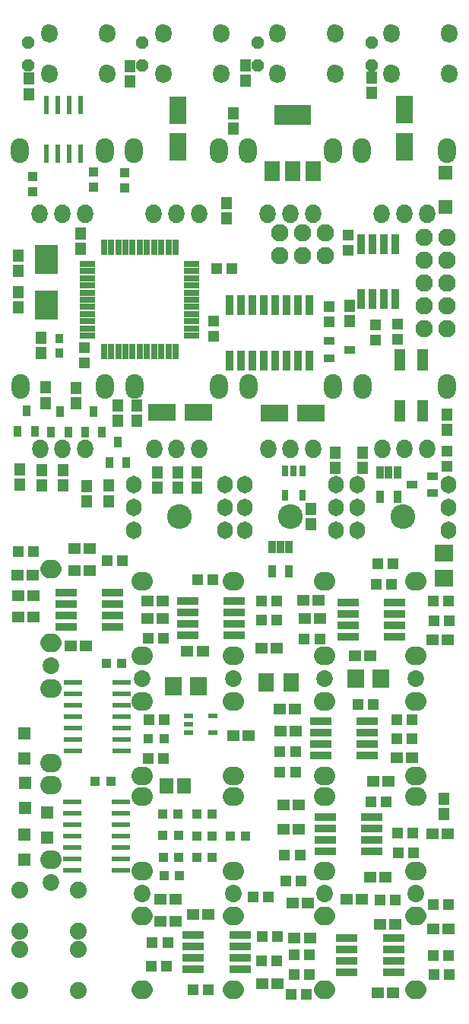
<source format=gts>
G04 DipTrace 3.3.0.0*
G04 threshold_02a.GTS*
%MOIN*%
G04 #@! TF.FileFunction,Soldermask,Top*
G04 #@! TF.Part,Single*
%AMOUTLINE1*
4,1,4,
0.025669,0.023701,
0.025669,-0.023701,
-0.025669,-0.023701,
-0.025669,0.023701,
0.025669,0.023701,
0*%
%AMOUTLINE4*
4,1,4,
0.039449,-0.035512,
-0.039449,-0.035512,
-0.039449,0.035512,
0.039449,0.035512,
0.039449,-0.035512,
0*%
%AMOUTLINE7*
4,1,4,
0.035512,0.039449,
0.035512,-0.039449,
-0.035512,-0.039449,
-0.035512,0.039449,
0.035512,0.039449,
0*%
%AMOUTLINE10*
4,1,4,
0.023701,-0.025669,
-0.023701,-0.025669,
-0.023701,0.025669,
0.023701,0.025669,
0.023701,-0.025669,
0*%
%AMOUTLINE13*
4,1,4,
-0.023701,0.025669,
0.023701,0.025669,
0.023701,-0.025669,
-0.023701,-0.025669,
-0.023701,0.025669,
0*%
%AMOUTLINE16*
4,1,4,
-0.025669,-0.023701,
-0.025669,0.023701,
0.025669,0.023701,
0.025669,-0.023701,
-0.025669,-0.023701,
0*%
%AMOUTLINE19*
4,1,4,
-0.059134,-0.036496,
-0.059134,0.036496,
0.059134,0.036496,
0.059134,-0.036496,
-0.059134,-0.036496,
0*%
%AMOUTLINE22*
4,1,4,
-0.035512,-0.039449,
-0.035512,0.039449,
0.035512,0.039449,
0.035512,-0.039449,
-0.035512,-0.039449,
0*%
%AMOUTLINE25*
4,1,4,
0.036496,-0.059134,
-0.036496,-0.059134,
-0.036496,0.059134,
0.036496,0.059134,
0.036496,-0.059134,
0*%
%AMOUTLINE28*
4,1,4,
0.031575,-0.031575,
0.031575,0.031575,
-0.031575,0.031575,
-0.031575,-0.031575,
0.031575,-0.031575,
0*%
%AMOUTLINE31*
4,1,4,
0.024685,0.016811,
0.024685,-0.016811,
-0.024685,-0.016811,
-0.024685,0.016811,
0.024685,0.016811,
0*%
%AMOUTLINE34*
4,1,4,
0.047323,-0.015827,
0.047323,0.015827,
-0.047323,0.015827,
-0.047323,-0.015827,
0.047323,-0.015827,
0*%
%AMOUTLINE37*
4,1,4,
-0.015827,0.025669,
0.015827,0.025669,
0.015827,-0.025669,
-0.015827,-0.025669,
-0.015827,0.025669,
0*%
%AMOUTLINE40*
4,1,4,
-0.024685,-0.016811,
-0.024685,0.016811,
0.024685,0.016811,
0.024685,-0.016811,
-0.024685,-0.016811,
0*%
%AMOUTLINE43*
4,1,4,
0.017016,0.044016,
-0.017016,0.044016,
-0.017016,-0.044016,
0.017016,-0.044016,
0.017016,0.044016,
0*%
%AMOUTLINE46*
4,1,4,
0.033516,0.043516,
-0.033516,0.043516,
-0.033516,-0.043516,
0.033516,-0.043516,
0.033516,0.043516,
0*%
%AMOUTLINE49*
4,1,4,
0.079016,0.043516,
-0.079016,0.043516,
-0.079016,-0.043516,
0.079016,-0.043516,
0.079016,0.043516,
0*%
%AMOUTLINE52*
4,1,4,
-0.013858,0.033543,
-0.013858,-0.033543,
0.013858,-0.033543,
0.013858,0.033543,
-0.013858,0.033543,
0*%
%AMOUTLINE55*
4,1,4,
-0.033543,0.013858,
-0.033543,-0.013858,
0.033543,-0.013858,
0.033543,0.013858,
-0.033543,0.013858,
0*%
%AMOUTLINE58*
4,1,16,
0.005453,-0.041516,
0.023058,-0.037497,
0.037539,-0.025949,
0.045576,-0.009262,
0.045576,0.009262,
0.037539,0.025949,
0.023058,0.037497,
0.005453,0.041516,
-0.005453,0.041516,
-0.023058,0.037497,
-0.037539,0.025949,
-0.045576,0.009262,
-0.045576,-0.009262,
-0.037539,-0.025949,
-0.023058,-0.037497,
-0.005453,-0.041516,
0.005453,-0.041516,
0*%
%AMOUTLINE61*
4,1,16,
-0.005453,0.041516,
-0.023058,0.037497,
-0.037539,0.025949,
-0.045576,0.009262,
-0.045576,-0.009262,
-0.037539,-0.025949,
-0.023058,-0.037497,
-0.005453,-0.041516,
0.005453,-0.041516,
0.023058,-0.037497,
0.037539,-0.025949,
0.045576,-0.009262,
0.045576,0.009262,
0.037539,0.025949,
0.023058,0.037497,
0.005453,0.041516,
-0.005453,0.041516,
0*%
%AMOUTLINE64*
4,1,4,
-0.017795,0.020748,
-0.017795,-0.020748,
0.017795,-0.020748,
0.017795,0.020748,
-0.017795,0.020748,
0*%
%AMOUTLINE67*
4,1,8,
-0.011614,0.028037,
-0.028037,0.011614,
-0.028037,-0.011614,
-0.011614,-0.028037,
0.011614,-0.028037,
0.028037,-0.011614,
0.028037,0.011614,
0.011614,0.028037,
-0.011614,0.028037,
0*%
%AMOUTLINE70*
4,1,20,
0.036053,0.0,
0.034336,-0.012537,
0.02932,-0.023919,
0.021415,-0.033059,
0.011313,-0.039011,
0.0,-0.041083,
-0.011313,-0.039011,
-0.021415,-0.033059,
-0.02932,-0.023919,
-0.034336,-0.012537,
-0.036053,0.0,
-0.034336,0.012537,
-0.02932,0.023919,
-0.021415,0.033059,
-0.011313,0.039011,
0.0,0.041083,
0.011313,0.039011,
0.021415,0.033059,
0.02932,0.023919,
0.034336,0.012537,
0.036053,0.0,
0*%
%ADD26R,0.043307X0.03937*%
%ADD27R,0.03937X0.043307*%
%ADD41R,0.07874X0.023622*%
%ADD43R,0.043307X0.023622*%
%ADD50R,0.023622X0.07874*%
%ADD58C,0.074*%
%ADD72O,0.072031X0.082031*%
%ADD74O,0.068031X0.078031*%
%ADD76C,0.108031*%
%ADD78O,0.078031X0.108031*%
%ADD80R,0.10252X0.126142*%
%ADD82R,0.033622X0.04937*%
%ADD86C,0.076031*%
%ADD88C,0.073031*%
%ADD90O,0.093031X0.083031*%
%ADD96R,0.031654X0.051339*%
%ADD98R,0.047402X0.094646*%
%ADD100R,0.055276X0.055276*%
%ADD102R,0.059213X0.067087*%
%ADD104R,0.071024X0.078898*%
%ADD106R,0.047402X0.051339*%
%ADD108R,0.051339X0.047402*%
%ADD114OUTLINE1*%
%ADD117OUTLINE4*%
%ADD120OUTLINE7*%
%ADD123OUTLINE10*%
%ADD126OUTLINE13*%
%ADD129OUTLINE16*%
%ADD132OUTLINE19*%
%ADD135OUTLINE22*%
%ADD138OUTLINE25*%
%ADD141OUTLINE28*%
%ADD144OUTLINE31*%
%ADD147OUTLINE34*%
%ADD150OUTLINE37*%
%ADD153OUTLINE40*%
%ADD156OUTLINE43*%
%ADD159OUTLINE46*%
%ADD162OUTLINE49*%
%ADD165OUTLINE52*%
%ADD168OUTLINE55*%
%ADD171OUTLINE58*%
%ADD174OUTLINE61*%
%ADD177OUTLINE64*%
%ADD180OUTLINE67*%
%ADD183OUTLINE70*%
%FSLAX26Y26*%
G04*
G70*
G90*
G75*
G01*
G04 TopMask*
%LPD*%
D108*
X2031639Y842336D3*
X2098568D3*
D106*
X2324959Y2808093D3*
Y2741164D3*
D108*
X2013218Y2225344D3*
X2080147D3*
D114*
X1715945Y828941D3*
X1649016D3*
X1277681Y778179D3*
X1210752D3*
D108*
X2263769Y599081D3*
X2330698D3*
X1990706Y1273581D3*
X2057635D3*
D117*
X2310068Y2363580D3*
Y2253344D3*
D120*
X1925048Y1811221D3*
X2035285D3*
D114*
X1675021Y1151518D3*
X1608092D3*
X1986929Y1913261D3*
X1920000D3*
D108*
X2110197Y1047793D3*
X2177126D3*
D123*
X1726686Y2487911D3*
Y2554840D3*
D126*
X1955160Y2734596D3*
Y2801525D3*
D108*
X902579Y2327764D3*
X835649D3*
D114*
X510229Y2081637D3*
X443300D3*
D129*
X691740Y2286671D3*
X758669D3*
D132*
X1729261Y2976509D3*
X1567844D3*
X1072909Y2977697D3*
X1234327D3*
D114*
X673245Y1955239D3*
X740174D3*
D123*
X1835685Y2736417D3*
Y2803347D3*
D108*
X1232278Y2245722D3*
X1299207D3*
D114*
X1135350Y845654D3*
X1068421D3*
X2030010Y736621D3*
X2096939D3*
D135*
X1234296Y1777496D3*
X1124060D3*
D108*
X1514130Y680745D3*
X1581059D3*
X1934197Y1697450D3*
X2001126D3*
D104*
X1639796Y1796484D3*
X1529560D3*
D114*
X1657787Y1678525D3*
X1590858D3*
X1252764Y1933429D3*
X1185834D3*
D108*
X2103762Y1549541D3*
X2170691D3*
D123*
X1897991Y3445511D3*
Y3378581D3*
D106*
X1299764Y3378988D3*
Y3312059D3*
D108*
X1314648Y3609760D3*
X1381577D3*
D106*
X2106300Y3367310D3*
Y3300381D3*
D126*
X1386457Y4221462D3*
Y4288391D3*
D106*
X2012319Y3363517D3*
Y3296588D3*
D138*
X2138870Y4143751D3*
Y4305168D3*
X1145082Y4141224D3*
Y4302642D3*
D106*
X734813Y3263343D3*
Y3196413D3*
X1889628Y3756490D3*
Y3689560D3*
D123*
X445794Y3597785D3*
Y3664714D3*
X545290Y3304484D3*
Y3237555D3*
D126*
X446002Y3505347D3*
Y3438417D3*
X718215Y3761984D3*
Y3695055D3*
D27*
X774951Y4031934D3*
Y3965005D3*
D26*
X896859Y1878770D3*
X829930D3*
X849363Y1361508D3*
X782434D3*
D102*
X1094569Y1341892D3*
X1169373D3*
D141*
X2317264Y3880079D3*
Y4029685D3*
D100*
X472203Y1130117D3*
Y1019881D3*
X474915Y1355186D3*
Y1244950D3*
X571397Y1114952D3*
Y1225188D3*
X471855Y1461621D3*
Y1571857D3*
D98*
X2119041Y2984526D3*
X2219041D3*
Y3209329D3*
X2119041D3*
D144*
X2262543Y2624786D3*
Y2699589D3*
X2171992Y2662188D3*
D147*
X1889577Y2146983D3*
Y2096983D3*
Y2046983D3*
Y1996983D3*
X2094302D3*
Y2046983D3*
Y2096983D3*
Y2146983D3*
X1885644Y676820D3*
Y626820D3*
Y576820D3*
Y526820D3*
X2090369D3*
Y576820D3*
Y626820D3*
Y676820D3*
X1789512Y1206278D3*
Y1156278D3*
Y1106278D3*
Y1056278D3*
X1994236D3*
Y1106278D3*
Y1156278D3*
Y1206278D3*
D150*
X2106294Y2716511D3*
X2068892D3*
X2031491D3*
Y2610211D3*
X2106294D3*
X1632334Y2390289D3*
X1594933D3*
X1557531D3*
Y2283990D3*
X1632334D3*
D147*
X652978Y2188051D3*
Y2138051D3*
Y2088051D3*
Y2038051D3*
X857702D3*
Y2088051D3*
Y2138051D3*
Y2188051D3*
D96*
X1689694Y2722791D3*
X1652292D3*
X1614891D3*
Y2616492D3*
X1689694D3*
D147*
X1187296Y2154064D3*
Y2104064D3*
Y2054064D3*
Y2004064D3*
X1392021D3*
Y2054064D3*
Y2104064D3*
Y2154064D3*
X1212291Y689841D3*
Y639841D3*
Y589841D3*
Y539841D3*
X1417016D3*
Y589841D3*
Y639841D3*
Y689841D3*
D153*
X1806935Y3290982D3*
Y3216179D3*
X1897486Y3253580D3*
D147*
X1770286Y1625352D3*
Y1575352D3*
Y1525352D3*
Y1475352D3*
X1975010D3*
Y1525352D3*
Y1575352D3*
Y1625352D3*
D156*
X1371710Y3205781D3*
X1421710D3*
X1471710D3*
X1521710D3*
X1571710D3*
X1621710D3*
X1671710D3*
X1721710D3*
Y3447781D3*
X1671710D3*
X1621710D3*
X1571710D3*
X1521710D3*
X1471710D3*
X1421710D3*
X1371710D3*
D159*
X1557101Y4035948D3*
X1647101D3*
X1737101D3*
D162*
X1646101Y4283948D3*
D156*
X1949094Y3474681D3*
X1999094D3*
X2049094D3*
X2099094D3*
Y3716681D3*
X2049094D3*
X1999094D3*
X1949094D3*
D165*
X819883Y3244084D3*
X851379D3*
X882875D3*
X914371D3*
X945867D3*
X977363D3*
X1008859D3*
X1040355D3*
X1071852D3*
X1103348D3*
X1134844D3*
D168*
X1205710Y3314950D3*
Y3346446D3*
Y3377942D3*
Y3409438D3*
Y3440934D3*
Y3472431D3*
Y3503927D3*
Y3535423D3*
Y3566919D3*
Y3598415D3*
Y3629911D3*
D165*
X1134844Y3700777D3*
X1103348D3*
X1071852D3*
X1040355D3*
X1008859D3*
X977363D3*
X945867D3*
X914371D3*
X882875D3*
X851379D3*
X819883D3*
D168*
X749017Y3629911D3*
Y3598415D3*
Y3566919D3*
Y3535423D3*
Y3503927D3*
Y3472431D3*
Y3440934D3*
Y3409438D3*
Y3377942D3*
Y3346446D3*
Y3314950D3*
D41*
X683495Y1797352D3*
Y1747352D3*
Y1697352D3*
Y1647352D3*
Y1597352D3*
Y1547352D3*
Y1497352D3*
X896093D3*
Y1547352D3*
Y1597352D3*
Y1647352D3*
Y1697352D3*
Y1747352D3*
Y1797352D3*
X680109Y1273167D3*
Y1223167D3*
Y1173167D3*
Y1123167D3*
Y1073167D3*
Y1023167D3*
Y973167D3*
X892707D3*
Y1023167D3*
Y1073167D3*
Y1123167D3*
Y1173167D3*
Y1223167D3*
Y1273167D3*
D43*
X1191097Y1649957D3*
Y1612555D3*
Y1575154D3*
X1297396D3*
Y1649957D3*
D90*
X2188634Y969584D3*
Y1294584D3*
D88*
Y869584D3*
D171*
Y772469D3*
Y447469D3*
D88*
Y872469D3*
D90*
Y1712335D3*
Y1387335D3*
D88*
Y1812335D3*
D90*
Y1913335D3*
Y2238335D3*
D88*
Y1813335D3*
D90*
X1788634Y969584D3*
Y1294584D3*
D88*
Y869584D3*
D171*
Y772469D3*
Y447469D3*
D88*
Y872469D3*
D90*
Y1712335D3*
Y1387335D3*
D88*
Y1812335D3*
D90*
Y1913335D3*
Y2238335D3*
D88*
Y1813335D3*
D90*
X1388634Y969584D3*
Y1294584D3*
D88*
Y869584D3*
D171*
Y772469D3*
Y447469D3*
D88*
Y872469D3*
D90*
Y1712335D3*
Y1387335D3*
D88*
Y1812335D3*
D90*
Y1913335D3*
Y2238335D3*
D88*
Y1813335D3*
D90*
X988634Y969584D3*
Y1294584D3*
D88*
Y869584D3*
D171*
Y772469D3*
Y447469D3*
D88*
Y872469D3*
D90*
Y1712335D3*
Y1387335D3*
D88*
Y1812335D3*
D90*
Y1913335D3*
Y2238335D3*
D88*
Y1813335D3*
D174*
X588634Y1967875D3*
Y2292875D3*
D88*
Y1867875D3*
D90*
Y1768084D3*
Y1443084D3*
D88*
Y1868084D3*
D86*
X2225534Y3746722D3*
X2325534D3*
X2225534Y3646722D3*
X2325534D3*
X2225534Y3546722D3*
X2325534D3*
X2225534Y3446722D3*
X2325534D3*
X2225534Y3346722D3*
X2325534D3*
X1591703Y3666808D3*
Y3766808D3*
X1691703Y3666808D3*
Y3766808D3*
X1791703Y3666808D3*
Y3766808D3*
D90*
X588634Y1019084D3*
Y1344084D3*
D88*
Y919084D3*
D177*
X623747Y3238030D3*
Y3301022D3*
D180*
X1994613Y4500335D3*
Y4600335D3*
X1494613Y4500335D3*
Y4600335D3*
X988363Y4500335D3*
Y4600335D3*
X488363Y4500335D3*
Y4600335D3*
D50*
X716453Y4325050D3*
X666453D3*
X616453D3*
X566453D3*
Y4112452D3*
X616453D3*
X666453D3*
X716453D3*
D82*
X842787Y2759097D3*
X917590D3*
X880189Y2849648D3*
X736097Y2892591D3*
X810900D3*
X773499Y2983142D3*
X588726Y2892701D3*
X663529D3*
X626127Y2983252D3*
X442271Y2894928D3*
X517075D3*
X479673Y2985479D3*
D80*
X567296Y3447861D3*
Y3647488D3*
D129*
X1885416Y844748D3*
X1952345D3*
D108*
X2087569Y2316663D3*
X2020640D3*
D123*
X2324458Y2970278D3*
Y2903349D3*
D183*
X2039279Y3849748D3*
X2137705D3*
X2236130D3*
D78*
X1952665Y4125339D3*
X2322744D3*
D183*
X2040291Y2817564D3*
X2138716D3*
X2237142D3*
D78*
X1953677Y3093155D3*
X2323756D3*
D114*
X1762338Y2156039D3*
X1695409D3*
D108*
X2265521Y2153950D3*
X2332450D3*
D114*
X1722754Y675744D3*
X1655825D3*
D126*
X964415Y2942088D3*
Y3009017D3*
X880131Y2943748D3*
Y3010677D3*
D114*
X1767151Y2075604D3*
X1700222D3*
D108*
X2268400Y515655D3*
X2335329D3*
X2267720Y2066763D3*
X2334649D3*
X1654638Y602508D3*
X1721567D3*
X1699143Y1984079D3*
X1766072D3*
D114*
X2331846Y716559D3*
X2264917D3*
X1675021Y1257769D3*
X1608092D3*
X2327397Y1982689D3*
X2260468D3*
D108*
X1707749Y430606D3*
X1640820D3*
D114*
X1986418Y942108D3*
X2053348D3*
D126*
X841123Y2657613D3*
Y2590684D3*
X744405Y2654600D3*
Y2587671D3*
D108*
X2107417Y1134865D3*
X2174346D3*
D114*
X2022140Y437249D3*
X2089069D3*
D108*
X1654526Y516433D3*
X1721455D3*
X2331394Y823803D3*
X2264464D3*
X1612522Y1039020D3*
X1679451D3*
D114*
X2327069Y1132144D3*
X2260140D3*
D108*
X1618771Y926520D3*
X1685701D3*
D123*
X2312067Y1286000D3*
Y1219071D3*
D183*
X1539279Y3849748D3*
X1637705D3*
X1736130D3*
D78*
X1452665Y4125339D3*
X1822744D3*
D183*
X1540291Y2817564D3*
X1638716D3*
X1737142D3*
D78*
X1453677Y3093155D3*
X1823756D3*
D114*
X508808Y2267000D3*
X441879D3*
X511534Y2175656D3*
X444605D3*
D129*
X692075Y2383057D3*
X759004D3*
D126*
X1226614Y2716411D3*
Y2649482D3*
D108*
X443577Y2368205D3*
X510506D3*
D126*
X1143577Y2715314D3*
Y2648385D3*
X641559Y2725434D3*
Y2658505D3*
X1055546Y2714980D3*
Y2648051D3*
D183*
X1039279Y3849748D3*
X1137705D3*
X1236130D3*
D78*
X952665Y4125339D3*
X1322744D3*
D183*
X1040291Y2817564D3*
X1138716D3*
X1237142D3*
D78*
X953677Y3093155D3*
X1323756D3*
D114*
X1079191Y2152959D3*
X1012262D3*
X1134243Y748282D3*
X1067313D3*
D126*
X696072Y3086210D3*
Y3019281D3*
X563922Y3087517D3*
Y3020588D3*
D108*
X1509417Y574854D3*
X1576346D3*
D114*
X1079237Y2075606D3*
X1012308D3*
D108*
X1510047Y2153963D3*
X1576976D3*
X1032464Y655432D3*
X1099394D3*
D114*
X1387037Y1563386D3*
X1453966D3*
X1660308Y1582600D3*
X1593379D3*
D108*
X1013853Y1990219D3*
X1080782D3*
X1512418Y2069532D3*
X1579348D3*
X1028407Y553515D3*
X1095336D3*
D126*
X546030Y2725214D3*
Y2658285D3*
X450512Y2730730D3*
Y2663801D3*
D108*
X2103457Y1630852D3*
X2170386D3*
D114*
X1580523Y474137D3*
X1513594D3*
X1578870Y1946282D3*
X1511941D3*
D108*
X1277392Y449039D3*
X1210463D3*
D106*
X1809216Y3442222D3*
Y3375293D3*
D108*
X1539991Y855092D3*
X1473061D3*
X1592564Y1491572D3*
X1659493D3*
D114*
X2171386Y1464364D3*
X2104457D3*
D108*
X1592474Y1402201D3*
X1659403D3*
D129*
X2000374Y1363862D3*
X2067303D3*
D183*
X539279Y3849748D3*
X637705D3*
X736130D3*
D78*
X452665Y4125339D3*
X822744D3*
D183*
X540291Y2817564D3*
X638716D3*
X737142D3*
D78*
X453677Y3093155D3*
X823756D3*
D123*
X1358119Y3828106D3*
Y3895036D3*
X1995996Y4378420D3*
Y4445349D3*
X1442048Y4432476D3*
Y4499406D3*
X934617Y4428595D3*
Y4495524D3*
X489626Y4373938D3*
Y4440868D3*
D27*
X507623Y3944913D3*
Y4011843D3*
X912206Y3963150D3*
Y4030079D3*
D26*
X1227191Y1029655D3*
X1294121D3*
X1151270Y949677D3*
X1084341D3*
X1227352Y1123882D3*
X1294281D3*
X1148163Y1030001D3*
X1081233D3*
X1293299Y1218557D3*
X1226370D3*
X1146109Y1126983D3*
X1079180D3*
X1442186Y1123488D3*
X1375257D3*
X1144206Y1218119D3*
X1077277D3*
X1015869Y1549881D3*
X1082798D3*
D108*
X1082475Y1463822D3*
X1015546D3*
X1085009Y1633234D3*
X1018080D3*
D76*
X2132383Y2523833D3*
D74*
X1932383Y2462833D3*
X2332383D3*
X1932383Y2562833D3*
X2332383D3*
X1932383Y2662833D3*
X2332383D3*
D76*
X1638634Y2523833D3*
D74*
X1438634Y2462833D3*
X1838634D3*
X1438634Y2562833D3*
X1838634D3*
X1438634Y2662833D3*
X1838634D3*
D76*
X1151134Y2523833D3*
D74*
X951134Y2462833D3*
X1351134D3*
X951134Y2562833D3*
X1351134D3*
X951134Y2662833D3*
X1351134D3*
D72*
X2079384Y4461333D3*
X2335384D3*
X2079384Y4639333D3*
X2335384D3*
X1579384Y4461335D3*
X1835384D3*
X1579384Y4639335D3*
X1835384D3*
X1079384Y4461335D3*
X1335384D3*
X1079384Y4639335D3*
X1335384D3*
X579384Y4461335D3*
X835384D3*
X579384Y4639335D3*
X835384D3*
D58*
X706332Y625335D3*
X450332D3*
X706332Y447335D3*
X450332D3*
X450983Y706584D3*
X706983D3*
X450983Y884584D3*
X706983D3*
M02*

</source>
